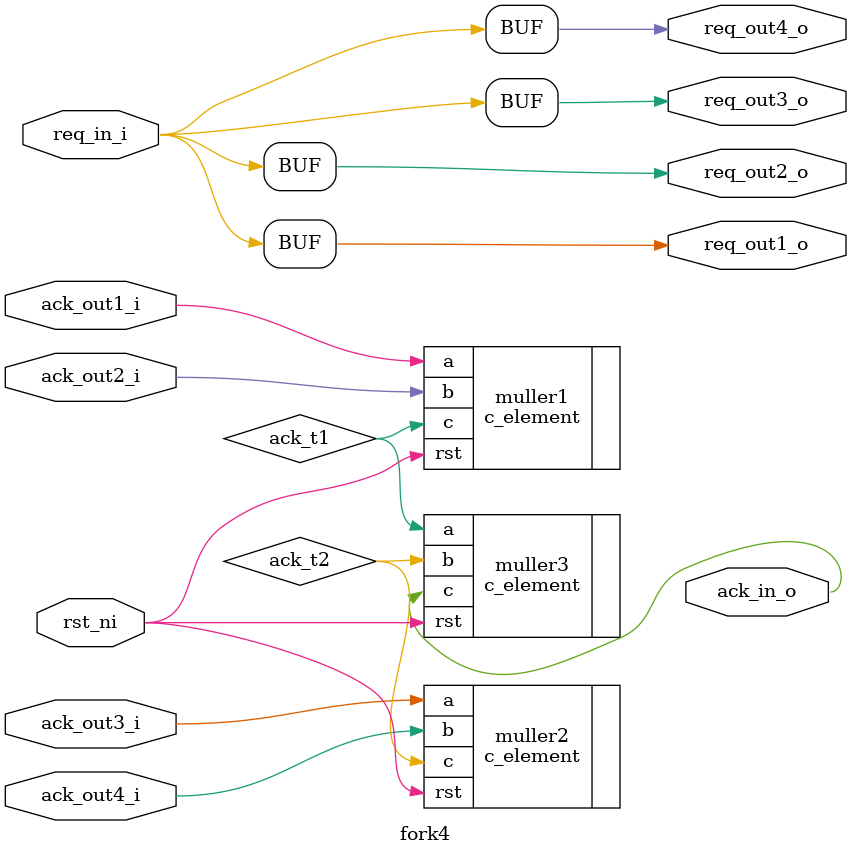
<source format=sv>
module fork4(
	input  logic rst_ni,

	input  logic ack_out1_i,
	input  logic ack_out2_i,
	input  logic ack_out3_i,
	input  logic ack_out4_i,
	input  logic req_in_i,

	output logic req_out1_o,
	output logic req_out2_o,
	output logic req_out3_o,
	output logic req_out4_o,
	output logic ack_in_o
);

	wire ack_t1;
	wire ack_t2;

	c_element muller1(
	 .rst(rst_ni),
	 .a(ack_out1_i),
	 .b(ack_out2_i),
	 .c(ack_t1)
	);

	c_element muller2(
	 .rst(rst_ni),
	 .a(ack_out3_i),
	 .b(ack_out4_i),
	 .c(ack_t2)
	);

	c_element muller3(
	 .rst(rst_ni),
	 .a(ack_t1),
	 .b(ack_t2),
	 .c(ack_in_o)
	);

	assign req_out1_o = req_in_i;
	assign req_out2_o = req_in_i;
	assign req_out3_o = req_in_i;
	assign req_out4_o = req_in_i;

endmodule

</source>
